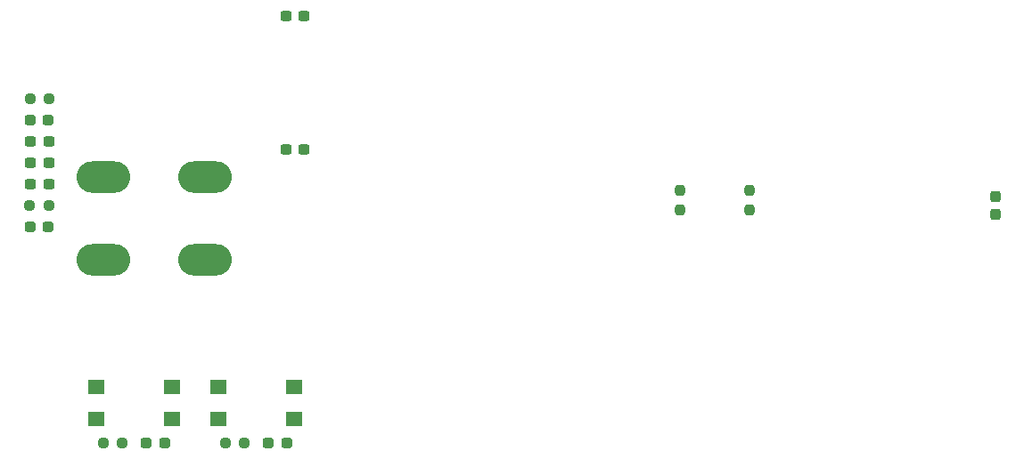
<source format=gtp>
G04 #@! TF.GenerationSoftware,KiCad,Pcbnew,7.0.5*
G04 #@! TF.CreationDate,2024-03-24T13:33:04-05:00*
G04 #@! TF.ProjectId,RotatingSignalStack_board,526f7461-7469-46e6-9753-69676e616c53,rev?*
G04 #@! TF.SameCoordinates,Original*
G04 #@! TF.FileFunction,Paste,Top*
G04 #@! TF.FilePolarity,Positive*
%FSLAX46Y46*%
G04 Gerber Fmt 4.6, Leading zero omitted, Abs format (unit mm)*
G04 Created by KiCad (PCBNEW 7.0.5) date 2024-03-24 13:33:04*
%MOMM*%
%LPD*%
G01*
G04 APERTURE LIST*
G04 Aperture macros list*
%AMRoundRect*
0 Rectangle with rounded corners*
0 $1 Rounding radius*
0 $2 $3 $4 $5 $6 $7 $8 $9 X,Y pos of 4 corners*
0 Add a 4 corners polygon primitive as box body*
4,1,4,$2,$3,$4,$5,$6,$7,$8,$9,$2,$3,0*
0 Add four circle primitives for the rounded corners*
1,1,$1+$1,$2,$3*
1,1,$1+$1,$4,$5*
1,1,$1+$1,$6,$7*
1,1,$1+$1,$8,$9*
0 Add four rect primitives between the rounded corners*
20,1,$1+$1,$2,$3,$4,$5,0*
20,1,$1+$1,$4,$5,$6,$7,0*
20,1,$1+$1,$6,$7,$8,$9,0*
20,1,$1+$1,$8,$9,$2,$3,0*%
G04 Aperture macros list end*
%ADD10RoundRect,0.237500X-0.237500X0.300000X-0.237500X-0.300000X0.237500X-0.300000X0.237500X0.300000X0*%
%ADD11RoundRect,0.237500X0.250000X0.237500X-0.250000X0.237500X-0.250000X-0.237500X0.250000X-0.237500X0*%
%ADD12O,5.100000X3.000000*%
%ADD13RoundRect,0.237500X0.300000X0.237500X-0.300000X0.237500X-0.300000X-0.237500X0.300000X-0.237500X0*%
%ADD14RoundRect,0.237500X0.237500X-0.250000X0.237500X0.250000X-0.237500X0.250000X-0.237500X-0.250000X0*%
%ADD15RoundRect,0.237500X0.287500X0.237500X-0.287500X0.237500X-0.287500X-0.237500X0.287500X-0.237500X0*%
%ADD16RoundRect,0.237500X-0.300000X-0.237500X0.300000X-0.237500X0.300000X0.237500X-0.300000X0.237500X0*%
%ADD17RoundRect,0.237500X-0.250000X-0.237500X0.250000X-0.237500X0.250000X0.237500X-0.250000X0.237500X0*%
%ADD18R,1.600000X1.400000*%
G04 APERTURE END LIST*
D10*
X224536000Y-97181500D03*
X224536000Y-98906500D03*
D11*
X134667000Y-87884000D03*
X132842000Y-87884000D03*
D12*
X139814300Y-103173500D03*
X139814300Y-95299500D03*
D13*
X134620000Y-91948000D03*
X132895000Y-91948000D03*
D14*
X201168000Y-98448500D03*
X201168000Y-96623500D03*
D15*
X157226000Y-120650000D03*
X155476000Y-120650000D03*
D14*
X194564000Y-98448500D03*
X194564000Y-96623500D03*
D15*
X134592000Y-100076000D03*
X132842000Y-100076000D03*
D12*
X149466300Y-103173500D03*
X149466300Y-95299500D03*
D13*
X134620000Y-93980000D03*
X132895000Y-93980000D03*
D15*
X134592000Y-89916000D03*
X132842000Y-89916000D03*
D16*
X157125500Y-80010000D03*
X158850500Y-80010000D03*
D17*
X139803500Y-120650000D03*
X141628500Y-120650000D03*
D13*
X134620000Y-96012000D03*
X132895000Y-96012000D03*
D18*
X139148000Y-115340000D03*
X146348000Y-115340000D03*
X139148000Y-118340000D03*
X146348000Y-118340000D03*
D17*
X132795000Y-98044000D03*
X134620000Y-98044000D03*
D15*
X145655000Y-120650000D03*
X143905000Y-120650000D03*
D18*
X150719000Y-115340000D03*
X157919000Y-115340000D03*
X150719000Y-118340000D03*
X157919000Y-118340000D03*
D17*
X151374500Y-120650000D03*
X153199500Y-120650000D03*
D16*
X157125500Y-92710000D03*
X158850500Y-92710000D03*
M02*

</source>
